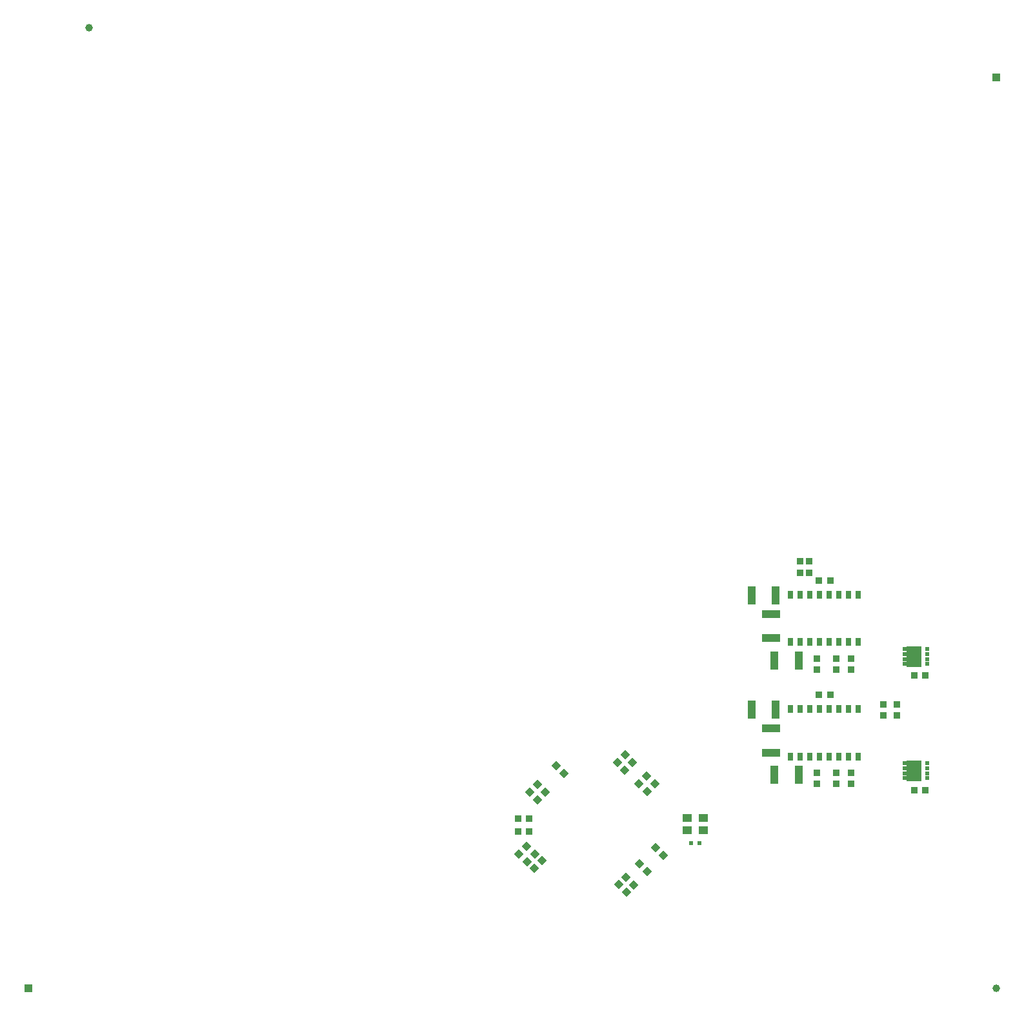
<source format=gbr>
%TF.GenerationSoftware,Altium Limited,Altium Designer,22.1.2 (22)*%
G04 Layer_Color=128*
%FSLAX26Y26*%
%MOIN*%
%TF.SameCoordinates,747B8C89-0A35-4E4D-912B-25F4ADAE1177*%
%TF.FilePolarity,Positive*%
%TF.FileFunction,Paste,Bot*%
%TF.Part,Single*%
G01*
G75*
%TA.AperFunction,SMDPad,CuDef*%
%ADD14R,0.035433X0.033465*%
%ADD15R,0.033465X0.035433*%
%ADD16R,0.023622X0.023622*%
%TA.AperFunction,FiducialPad,Global*%
%ADD30R,0.039370X0.039370*%
%ADD31C,0.039370*%
%TA.AperFunction,SMDPad,CuDef*%
%ADD48R,0.043307X0.094488*%
%ADD90R,0.051181X0.043307*%
%ADD91R,0.018504X0.019685*%
G04:AMPARAMS|DCode=92|XSize=33.465mil|YSize=35.433mil|CornerRadius=0mil|HoleSize=0mil|Usage=FLASHONLY|Rotation=45.000|XOffset=0mil|YOffset=0mil|HoleType=Round|Shape=Rectangle|*
%AMROTATEDRECTD92*
4,1,4,0.000696,-0.024359,-0.024359,0.000696,-0.000696,0.024359,0.024359,-0.000696,0.000696,-0.024359,0.0*
%
%ADD92ROTATEDRECTD92*%

%ADD93R,0.029921X0.043307*%
%ADD94R,0.094488X0.043307*%
G04:AMPARAMS|DCode=95|XSize=33.465mil|YSize=35.433mil|CornerRadius=0mil|HoleSize=0mil|Usage=FLASHONLY|Rotation=315.000|XOffset=0mil|YOffset=0mil|HoleType=Round|Shape=Rectangle|*
%AMROTATEDRECTD95*
4,1,4,-0.024359,-0.000696,0.000696,0.024359,0.024359,0.000696,-0.000696,-0.024359,-0.024359,-0.000696,0.0*
%
%ADD95ROTATEDRECTD95*%

G36*
X5657480Y2112205D02*
X5580709D01*
Y2218504D01*
X5657480D01*
Y2112205D01*
D02*
G37*
G36*
Y2702756D02*
X5580709D01*
Y2809055D01*
X5657480D01*
Y2702756D01*
D02*
G37*
D14*
X5462598Y2451772D02*
D03*
Y2508858D02*
D03*
X5531496Y2451772D02*
D03*
Y2508858D02*
D03*
X5078740Y3189961D02*
D03*
Y3247047D02*
D03*
X5029528Y3189961D02*
D03*
Y3247047D02*
D03*
X5216535Y2745079D02*
D03*
Y2687992D02*
D03*
X5118110Y2745079D02*
D03*
Y2687992D02*
D03*
X5295276Y2745079D02*
D03*
Y2687992D02*
D03*
X5216535Y2154528D02*
D03*
Y2097441D02*
D03*
X5118110Y2154528D02*
D03*
Y2097441D02*
D03*
X5295276Y2154528D02*
D03*
Y2097441D02*
D03*
D15*
X3630905Y1917323D02*
D03*
X3573819D02*
D03*
X5186024Y3149606D02*
D03*
X5128937D02*
D03*
X5186024Y2559055D02*
D03*
X5128937D02*
D03*
X3630905Y1850394D02*
D03*
X3573819D02*
D03*
X5621063Y2657480D02*
D03*
X5678150D02*
D03*
X5621063Y2066929D02*
D03*
X5678150D02*
D03*
D16*
X4466535Y1791339D02*
D03*
X4509842D02*
D03*
D30*
X6043307Y5748032D02*
D03*
X1043307Y1043307D02*
D03*
D31*
X1358268Y6003937D02*
D03*
X6043307Y1043307D02*
D03*
D48*
X4905512Y3070866D02*
D03*
X4779528D02*
D03*
X5023622Y2736220D02*
D03*
X4897638D02*
D03*
X4905512Y2480315D02*
D03*
X4779528D02*
D03*
X5023622Y2145669D02*
D03*
X4897638D02*
D03*
D90*
X4529528Y1857284D02*
D03*
X4446850D02*
D03*
Y1922244D02*
D03*
X4529528D02*
D03*
D91*
X5571850Y2717520D02*
D03*
Y2743110D02*
D03*
Y2768701D02*
D03*
X5687992Y2794291D02*
D03*
Y2768701D02*
D03*
Y2743110D02*
D03*
Y2717520D02*
D03*
X5571850Y2794291D02*
D03*
Y2126968D02*
D03*
Y2152559D02*
D03*
Y2178150D02*
D03*
X5687992Y2203740D02*
D03*
Y2178150D02*
D03*
Y2152559D02*
D03*
Y2126968D02*
D03*
X5571850Y2203740D02*
D03*
D92*
X3621549Y1696352D02*
D03*
X3661916Y1736719D02*
D03*
X3656982Y1660919D02*
D03*
X3697349Y1701285D02*
D03*
X4086116Y2208163D02*
D03*
X4126482Y2248530D02*
D03*
X4125486Y2168793D02*
D03*
X4165852Y2209160D02*
D03*
X4196352Y2097927D02*
D03*
X4236719Y2138293D02*
D03*
X4239659Y2058557D02*
D03*
X4280026Y2098923D02*
D03*
X3618608Y1776089D02*
D03*
X3578242Y1735722D02*
D03*
D93*
X5182480Y2830709D02*
D03*
X5232480D02*
D03*
X5282480D02*
D03*
X5332480D02*
D03*
X5132480D02*
D03*
X5082480D02*
D03*
X5032480D02*
D03*
X4982480D02*
D03*
X5132480Y3074803D02*
D03*
X5082480D02*
D03*
X5032480D02*
D03*
X4982480D02*
D03*
X5182480D02*
D03*
X5232480D02*
D03*
X5282480D02*
D03*
X5332480D02*
D03*
X5182480Y2240157D02*
D03*
X5232480D02*
D03*
X5282480D02*
D03*
X5332480D02*
D03*
X5132480D02*
D03*
X5082480D02*
D03*
X5032480D02*
D03*
X4982480D02*
D03*
X5132480Y2484252D02*
D03*
X5082480D02*
D03*
X5032480D02*
D03*
X4982480D02*
D03*
X5182480D02*
D03*
X5232480D02*
D03*
X5282480D02*
D03*
X5332480D02*
D03*
D94*
X4881890Y2976378D02*
D03*
Y2850394D02*
D03*
Y2385827D02*
D03*
Y2259843D02*
D03*
D95*
X4093990Y1579238D02*
D03*
X4134356Y1538872D02*
D03*
X4200289Y1685537D02*
D03*
X4240656Y1645171D02*
D03*
X3673727Y2015250D02*
D03*
X3633360Y2055616D02*
D03*
X3713097Y2054620D02*
D03*
X3672730Y2094986D02*
D03*
X3811522Y2153045D02*
D03*
X3771155Y2193412D02*
D03*
X4282966Y1768215D02*
D03*
X4323333Y1727848D02*
D03*
X4129423Y1614671D02*
D03*
X4169789Y1574305D02*
D03*
%TF.MD5,2feb8f5f5dec2df505faf42b51cd97ba*%
M02*

</source>
